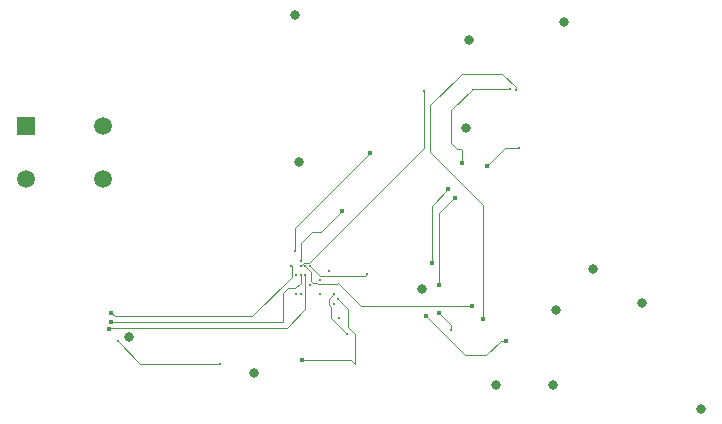
<source format=gbr>
%TF.GenerationSoftware,KiCad,Pcbnew,(5.1.6-0)*%
%TF.CreationDate,2020-10-15T16:42:25-05:00*%
%TF.ProjectId,BatBot,42617442-6f74-42e6-9b69-6361645f7063,rev?*%
%TF.SameCoordinates,Original*%
%TF.FileFunction,Copper,L3,Inr*%
%TF.FilePolarity,Positive*%
%FSLAX46Y46*%
G04 Gerber Fmt 4.6, Leading zero omitted, Abs format (unit mm)*
G04 Created by KiCad (PCBNEW (5.1.6-0)) date 2020-10-15 16:42:25*
%MOMM*%
%LPD*%
G01*
G04 APERTURE LIST*
%TA.AperFunction,ViaPad*%
%ADD10C,1.498000*%
%TD*%
%TA.AperFunction,ViaPad*%
%ADD11R,1.498000X1.498000*%
%TD*%
%TA.AperFunction,ViaPad*%
%ADD12C,0.200000*%
%TD*%
%TA.AperFunction,ViaPad*%
%ADD13C,0.800000*%
%TD*%
%TA.AperFunction,ViaPad*%
%ADD14C,0.300000*%
%TD*%
%TA.AperFunction,ViaPad*%
%ADD15C,0.400000*%
%TD*%
%TA.AperFunction,Conductor*%
%ADD16C,0.101600*%
%TD*%
G04 APERTURE END LIST*
D10*
%TO.N,Net-(C18-Pad2)*%
%TO.C,S1*%
X104469000Y-96039500D03*
%TO.N,GND*%
X97969000Y-96039500D03*
%TO.N,Net-(C18-Pad2)*%
X104469000Y-91539500D03*
D11*
%TO.N,GND*%
X97969000Y-91539500D03*
%TD*%
D12*
%TO.N,GND*%
X122021600Y-105003600D03*
D13*
X117297200Y-112471200D03*
D14*
X122834400Y-104622600D03*
D13*
X120751600Y-82143600D03*
X135509000Y-84277200D03*
D14*
X120827800Y-104190800D03*
X122834400Y-105816400D03*
D13*
X121107200Y-94640400D03*
X131495800Y-105359200D03*
X155092400Y-115544600D03*
X142621000Y-113512600D03*
X142875000Y-107188000D03*
X145999200Y-103682800D03*
X150139400Y-106553000D03*
X137769600Y-113538000D03*
X135204200Y-91770200D03*
D14*
X124434600Y-107823000D03*
D13*
X143484600Y-82753200D03*
X106680000Y-109410500D03*
D14*
X123634500Y-103822500D03*
D12*
X120828000Y-105810000D03*
D14*
X121234200Y-105816400D03*
D12*
X124028199Y-106603800D03*
%TO.N,Net-(C21-Pad2)*%
X124409200Y-106222800D03*
D15*
X121327001Y-111397001D03*
D12*
%TO.N,USART1-RX*%
X105727500Y-109791500D03*
X114363500Y-111696500D03*
%TO.N,JTMS-SWDIO*%
X121228000Y-104210000D03*
D15*
X105181400Y-108127800D03*
D12*
%TO.N,USART1-CTS*%
X121628000Y-104210000D03*
D15*
X105003600Y-108788200D03*
D12*
%TO.N,JTCK-SWCLK*%
X120428000Y-103410000D03*
D15*
X105130600Y-107365800D03*
D12*
%TO.N,Net-(R3-Pad2)*%
X125120400Y-109143800D03*
X124028000Y-105810000D03*
%TO.N,SPI1-MISO*%
X133959600Y-108813600D03*
D15*
X132892800Y-107391200D03*
X132892800Y-105054400D03*
X134315200Y-97637600D03*
X137033000Y-94919800D03*
D14*
X139674600Y-93472000D03*
D15*
%TO.N,SPI1-SCLK*%
X136626600Y-107873800D03*
D14*
X139420600Y-88493600D03*
D15*
%TO.N,SPI1-MOSI*%
X132334000Y-103174800D03*
X133731000Y-96926400D03*
X134874000Y-94691200D03*
D14*
X138938000Y-88468200D03*
D12*
%TO.N,IMU_INT*%
X120726200Y-102158800D03*
D15*
X127050800Y-93827600D03*
D12*
%TO.N,NRF_CE*%
X121628000Y-103410000D03*
D15*
X135763000Y-106832400D03*
D12*
%TO.N,IMU_CS*%
X121234200Y-103428800D03*
X131648200Y-88595200D03*
%TO.N,NRF_CS*%
X121234200Y-103022400D03*
D15*
X124714000Y-98755200D03*
%TO.N,NRF-IRQ*%
X138582400Y-109753400D03*
X131826000Y-107645200D03*
D14*
X126796800Y-104114600D03*
D12*
X122021600Y-103403400D03*
%TD*%
D16*
%TO.N,Net-(C21-Pad2)*%
X125247400Y-108585000D02*
X125857000Y-109194600D01*
X125857000Y-109194600D02*
X125857000Y-111760000D01*
X125494001Y-111397001D02*
X121327001Y-111397001D01*
X125857000Y-111760000D02*
X125494001Y-111397001D01*
X125247400Y-107061000D02*
X124409200Y-106222800D01*
X125247400Y-108585000D02*
X125247400Y-107061000D01*
%TO.N,USART1-RX*%
X107632500Y-111696500D02*
X114363500Y-111696500D01*
X105727500Y-109791500D02*
X107632500Y-111696500D01*
%TO.N,JTMS-SWDIO*%
X119761000Y-108127800D02*
X119761000Y-105677000D01*
X105181400Y-108127800D02*
X119761000Y-108127800D01*
X119761000Y-105677000D02*
X120155000Y-105283000D01*
X120155000Y-105283000D02*
X120777000Y-105283000D01*
X121228000Y-104832000D02*
X121228000Y-104210000D01*
X120777000Y-105283000D02*
X121228000Y-104832000D01*
%TO.N,USART1-CTS*%
X105109901Y-108681899D02*
X105003600Y-108788200D01*
X120045101Y-108681899D02*
X105109901Y-108681899D01*
X121628000Y-107099000D02*
X120045101Y-108681899D01*
X121628000Y-104210000D02*
X121628000Y-107099000D01*
%TO.N,JTCK-SWCLK*%
X117094000Y-107696000D02*
X120446800Y-104343200D01*
X120446800Y-103428800D02*
X120428000Y-103410000D01*
X120446800Y-104343200D02*
X120446800Y-103428800D01*
X105460800Y-107696000D02*
X105130600Y-107365800D01*
X106070400Y-107696000D02*
X105460800Y-107696000D01*
X106070400Y-107696000D02*
X117094000Y-107696000D01*
%TO.N,Net-(R3-Pad2)*%
X123790099Y-106047901D02*
X124028000Y-105810000D01*
X125120400Y-109143800D02*
X123790099Y-107813499D01*
X123790099Y-106962599D02*
X123790099Y-106899099D01*
X123790099Y-107813499D02*
X123790099Y-106962599D01*
X123790099Y-106899099D02*
X123634500Y-106743500D01*
X123634500Y-106203500D02*
X123790099Y-106047901D01*
X123634500Y-106743500D02*
X123634500Y-106203500D01*
%TO.N,SPI1-MISO*%
X133959600Y-108458000D02*
X132892800Y-107391200D01*
X133959600Y-108813600D02*
X133959600Y-108458000D01*
X132892800Y-105054400D02*
X132892800Y-98958400D01*
X134213600Y-97637600D02*
X134315200Y-97637600D01*
X132892800Y-98958400D02*
X134213600Y-97637600D01*
X138480800Y-93472000D02*
X139674600Y-93472000D01*
X137033000Y-94919800D02*
X138480800Y-93472000D01*
%TO.N,SPI1-SCLK*%
X136626600Y-107873800D02*
X136626600Y-98221800D01*
X136626600Y-98221800D02*
X132181600Y-93776800D01*
X132181600Y-93776800D02*
X132181600Y-89814400D01*
X132181600Y-89814400D02*
X134848600Y-87147400D01*
X138277600Y-87147400D02*
X139420600Y-88290400D01*
X134848600Y-87147400D02*
X138277600Y-87147400D01*
X139420600Y-88290400D02*
X139420600Y-88493600D01*
%TO.N,SPI1-MOSI*%
X132334000Y-98323400D02*
X133731000Y-96926400D01*
X132334000Y-103174800D02*
X132334000Y-98323400D01*
X134874000Y-94691200D02*
X134874000Y-93573600D01*
X135737600Y-88468200D02*
X138938000Y-88468200D01*
X134823200Y-93522800D02*
X134480300Y-93522800D01*
X134874000Y-93573600D02*
X134823200Y-93522800D01*
X134480300Y-93522800D02*
X133985000Y-93027500D01*
X133985000Y-90220800D02*
X135693150Y-88512650D01*
X133985000Y-93027500D02*
X133985000Y-90220800D01*
X135693150Y-88512650D02*
X135737600Y-88468200D01*
X134666099Y-89539701D02*
X135693150Y-88512650D01*
%TO.N,IMU_INT*%
X120726200Y-102158800D02*
X120726200Y-100177600D01*
X127050800Y-93853000D02*
X127050800Y-93827600D01*
X120726200Y-100177600D02*
X127050800Y-93853000D01*
%TO.N,NRF_CE*%
X122119990Y-103901990D02*
X121628000Y-103410000D01*
X126339600Y-106832400D02*
X124367901Y-104860701D01*
X135763000Y-106832400D02*
X126339600Y-106832400D01*
X122119990Y-104728436D02*
X122241673Y-104850119D01*
X122119990Y-103901990D02*
X122119990Y-104728436D01*
X122689247Y-104925001D02*
X124303601Y-104925001D01*
X124303601Y-104925001D02*
X124367901Y-104860701D01*
X122614365Y-104850119D02*
X122689247Y-104925001D01*
X122241673Y-104850119D02*
X122614365Y-104850119D01*
%TO.N,IMU_CS*%
X121492547Y-103171899D02*
X121513447Y-103150999D01*
X121491101Y-103171899D02*
X121492547Y-103171899D01*
X121234200Y-103428800D02*
X121512001Y-103150999D01*
X121512001Y-103150999D02*
X121900447Y-103150999D01*
X131648200Y-93403246D02*
X131648200Y-88595200D01*
X121900447Y-103150999D02*
X131648200Y-93403246D01*
%TO.N,NRF_CS*%
X121234200Y-103022400D02*
X121208800Y-102997000D01*
X121208800Y-102997000D02*
X121208800Y-101498400D01*
X121208800Y-101498400D02*
X122199400Y-100507800D01*
X122961400Y-100507800D02*
X124714000Y-98755200D01*
X122199400Y-100507800D02*
X122961400Y-100507800D01*
%TO.N,NRF-IRQ*%
X138144202Y-109753400D02*
X136950402Y-110947200D01*
X138582400Y-109753400D02*
X138144202Y-109753400D01*
X135128000Y-110947200D02*
X131826000Y-107645200D01*
X136950402Y-110947200D02*
X135128000Y-110947200D01*
X122882799Y-104264599D02*
X122021600Y-103403400D01*
X126646801Y-104264599D02*
X122882799Y-104264599D01*
X126796800Y-104114600D02*
X126646801Y-104264599D01*
%TD*%
M02*

</source>
